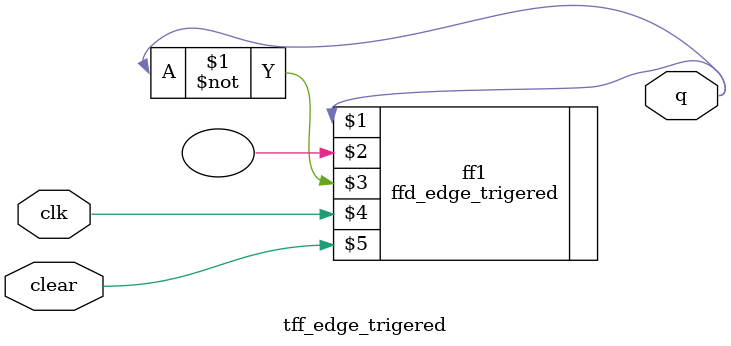
<source format=v>
`include "ffd_edge_trigered.v"

module tff_edge_trigered(
    output q,
    input clk, clear
);

    // Instanciación de ffd edge trigered
    ffd_edge_trigered ff1(q, ,~q, clk, clear);

endmodule
</source>
